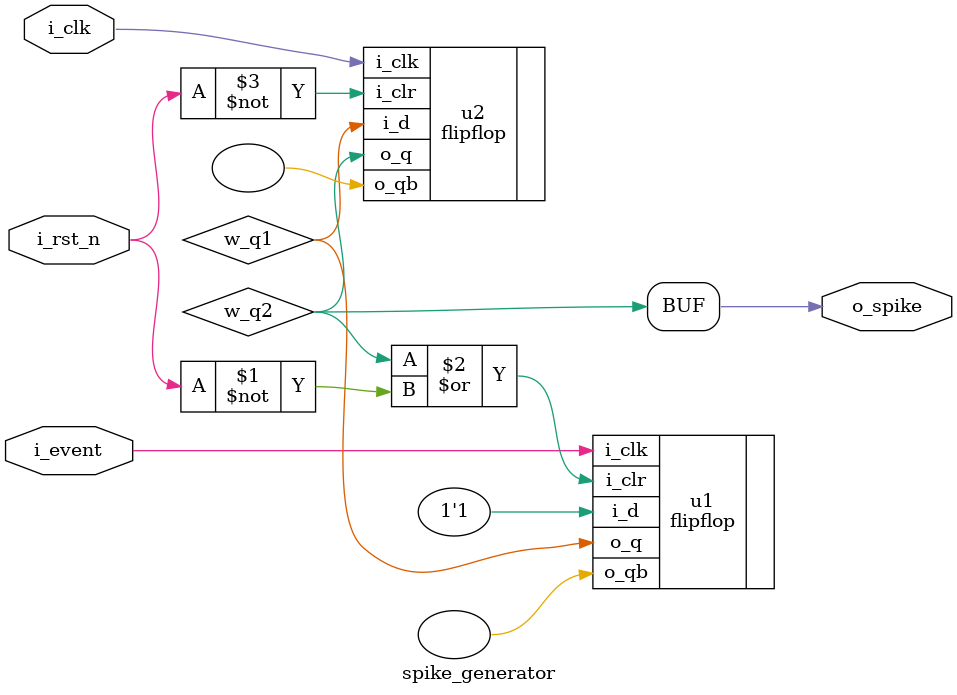
<source format=v>
module spike_generator(
input      i_event,
input      i_clk,
input      i_rst_n,
output     o_spike
);

wire   w_q2, w_q1;
assign o_spike = w_q2; 

flipflop u1
( 
	.i_d(1'b1),
	.i_clk(i_event),
	.i_clr(w_q2 | ~i_rst_n),
	.o_q(w_q1),
	.o_qb()
);

flipflop u2
( 
	.i_d(w_q1),
	.i_clk(i_clk),
	.i_clr(~i_rst_n),
	.o_q(w_q2),
	.o_qb()
);

endmodule


</source>
